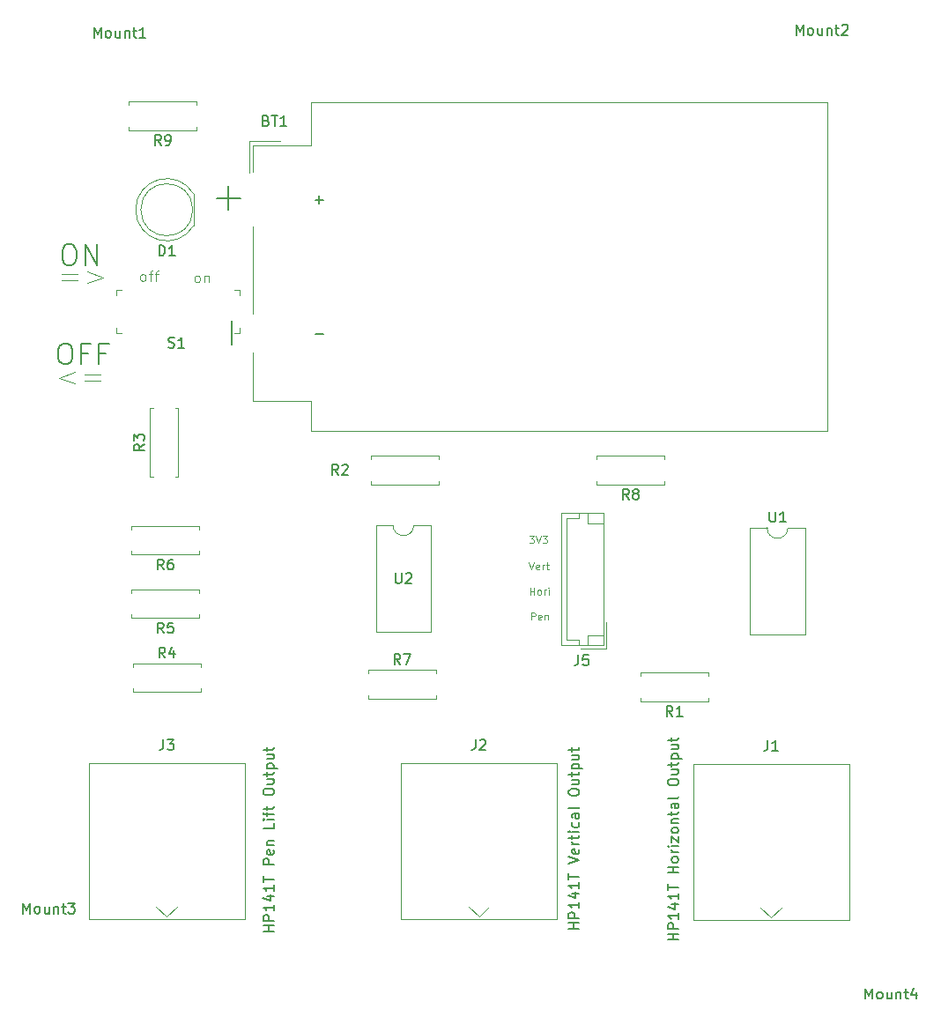
<source format=gto>
%TF.GenerationSoftware,KiCad,Pcbnew,7.0.11-7.0.11~ubuntu22.04.1*%
%TF.CreationDate,2025-04-04T19:28:45+02:00*%
%TF.ProjectId,signal-conditioning-pcb,7369676e-616c-42d6-936f-6e646974696f,v01*%
%TF.SameCoordinates,Original*%
%TF.FileFunction,Legend,Top*%
%TF.FilePolarity,Positive*%
%FSLAX46Y46*%
G04 Gerber Fmt 4.6, Leading zero omitted, Abs format (unit mm)*
G04 Created by KiCad (PCBNEW 7.0.11-7.0.11~ubuntu22.04.1) date 2025-04-04 19:28:45*
%MOMM*%
%LPD*%
G01*
G04 APERTURE LIST*
%ADD10C,0.100000*%
%ADD11C,0.200000*%
%ADD12C,0.150000*%
%ADD13C,0.120000*%
G04 APERTURE END LIST*
D10*
X113603741Y-61975419D02*
X113508503Y-61927800D01*
X113508503Y-61927800D02*
X113460884Y-61880180D01*
X113460884Y-61880180D02*
X113413265Y-61784942D01*
X113413265Y-61784942D02*
X113413265Y-61499228D01*
X113413265Y-61499228D02*
X113460884Y-61403990D01*
X113460884Y-61403990D02*
X113508503Y-61356371D01*
X113508503Y-61356371D02*
X113603741Y-61308752D01*
X113603741Y-61308752D02*
X113746598Y-61308752D01*
X113746598Y-61308752D02*
X113841836Y-61356371D01*
X113841836Y-61356371D02*
X113889455Y-61403990D01*
X113889455Y-61403990D02*
X113937074Y-61499228D01*
X113937074Y-61499228D02*
X113937074Y-61784942D01*
X113937074Y-61784942D02*
X113889455Y-61880180D01*
X113889455Y-61880180D02*
X113841836Y-61927800D01*
X113841836Y-61927800D02*
X113746598Y-61975419D01*
X113746598Y-61975419D02*
X113603741Y-61975419D01*
X114365646Y-61308752D02*
X114365646Y-61975419D01*
X114365646Y-61403990D02*
X114413265Y-61356371D01*
X114413265Y-61356371D02*
X114508503Y-61308752D01*
X114508503Y-61308752D02*
X114651360Y-61308752D01*
X114651360Y-61308752D02*
X114746598Y-61356371D01*
X114746598Y-61356371D02*
X114794217Y-61451609D01*
X114794217Y-61451609D02*
X114794217Y-61975419D01*
D11*
X116961266Y-67988136D02*
X116961266Y-65702422D01*
D10*
X108396741Y-61848419D02*
X108301503Y-61800800D01*
X108301503Y-61800800D02*
X108253884Y-61753180D01*
X108253884Y-61753180D02*
X108206265Y-61657942D01*
X108206265Y-61657942D02*
X108206265Y-61372228D01*
X108206265Y-61372228D02*
X108253884Y-61276990D01*
X108253884Y-61276990D02*
X108301503Y-61229371D01*
X108301503Y-61229371D02*
X108396741Y-61181752D01*
X108396741Y-61181752D02*
X108539598Y-61181752D01*
X108539598Y-61181752D02*
X108634836Y-61229371D01*
X108634836Y-61229371D02*
X108682455Y-61276990D01*
X108682455Y-61276990D02*
X108730074Y-61372228D01*
X108730074Y-61372228D02*
X108730074Y-61657942D01*
X108730074Y-61657942D02*
X108682455Y-61753180D01*
X108682455Y-61753180D02*
X108634836Y-61800800D01*
X108634836Y-61800800D02*
X108539598Y-61848419D01*
X108539598Y-61848419D02*
X108396741Y-61848419D01*
X109015789Y-61181752D02*
X109396741Y-61181752D01*
X109158646Y-61848419D02*
X109158646Y-60991276D01*
X109158646Y-60991276D02*
X109206265Y-60896038D01*
X109206265Y-60896038D02*
X109301503Y-60848419D01*
X109301503Y-60848419D02*
X109396741Y-60848419D01*
X109587218Y-61181752D02*
X109968170Y-61181752D01*
X109730075Y-61848419D02*
X109730075Y-60991276D01*
X109730075Y-60991276D02*
X109777694Y-60896038D01*
X109777694Y-60896038D02*
X109872932Y-60848419D01*
X109872932Y-60848419D02*
X109968170Y-60848419D01*
X100617979Y-61186419D02*
X102141789Y-61186419D01*
X102141789Y-61757847D02*
X100617979Y-61757847D01*
X103094169Y-60900704D02*
X104617979Y-61472133D01*
X104617979Y-61472133D02*
X103094169Y-62043561D01*
X145547455Y-88871133D02*
X145780789Y-89571133D01*
X145780789Y-89571133D02*
X146014122Y-88871133D01*
X146514122Y-89537800D02*
X146447455Y-89571133D01*
X146447455Y-89571133D02*
X146314122Y-89571133D01*
X146314122Y-89571133D02*
X146247455Y-89537800D01*
X146247455Y-89537800D02*
X146214122Y-89471133D01*
X146214122Y-89471133D02*
X146214122Y-89204466D01*
X146214122Y-89204466D02*
X146247455Y-89137800D01*
X146247455Y-89137800D02*
X146314122Y-89104466D01*
X146314122Y-89104466D02*
X146447455Y-89104466D01*
X146447455Y-89104466D02*
X146514122Y-89137800D01*
X146514122Y-89137800D02*
X146547455Y-89204466D01*
X146547455Y-89204466D02*
X146547455Y-89271133D01*
X146547455Y-89271133D02*
X146214122Y-89337800D01*
X146847455Y-89571133D02*
X146847455Y-89104466D01*
X146847455Y-89237800D02*
X146880789Y-89171133D01*
X146880789Y-89171133D02*
X146914122Y-89137800D01*
X146914122Y-89137800D02*
X146980789Y-89104466D01*
X146980789Y-89104466D02*
X147047455Y-89104466D01*
X147180788Y-89104466D02*
X147447455Y-89104466D01*
X147280788Y-88871133D02*
X147280788Y-89471133D01*
X147280788Y-89471133D02*
X147314122Y-89537800D01*
X147314122Y-89537800D02*
X147380788Y-89571133D01*
X147380788Y-89571133D02*
X147447455Y-89571133D01*
D11*
X159917219Y-125130326D02*
X158917219Y-125130326D01*
X159393409Y-125130326D02*
X159393409Y-124558898D01*
X159917219Y-124558898D02*
X158917219Y-124558898D01*
X159917219Y-124082707D02*
X158917219Y-124082707D01*
X158917219Y-124082707D02*
X158917219Y-123701755D01*
X158917219Y-123701755D02*
X158964838Y-123606517D01*
X158964838Y-123606517D02*
X159012457Y-123558898D01*
X159012457Y-123558898D02*
X159107695Y-123511279D01*
X159107695Y-123511279D02*
X159250552Y-123511279D01*
X159250552Y-123511279D02*
X159345790Y-123558898D01*
X159345790Y-123558898D02*
X159393409Y-123606517D01*
X159393409Y-123606517D02*
X159441028Y-123701755D01*
X159441028Y-123701755D02*
X159441028Y-124082707D01*
X159917219Y-122558898D02*
X159917219Y-123130326D01*
X159917219Y-122844612D02*
X158917219Y-122844612D01*
X158917219Y-122844612D02*
X159060076Y-122939850D01*
X159060076Y-122939850D02*
X159155314Y-123035088D01*
X159155314Y-123035088D02*
X159202933Y-123130326D01*
X159250552Y-121701755D02*
X159917219Y-121701755D01*
X158869600Y-121939850D02*
X159583885Y-122177945D01*
X159583885Y-122177945D02*
X159583885Y-121558898D01*
X159917219Y-120654136D02*
X159917219Y-121225564D01*
X159917219Y-120939850D02*
X158917219Y-120939850D01*
X158917219Y-120939850D02*
X159060076Y-121035088D01*
X159060076Y-121035088D02*
X159155314Y-121130326D01*
X159155314Y-121130326D02*
X159202933Y-121225564D01*
X158917219Y-120368421D02*
X158917219Y-119796993D01*
X159917219Y-120082707D02*
X158917219Y-120082707D01*
X159917219Y-118701754D02*
X158917219Y-118701754D01*
X159393409Y-118701754D02*
X159393409Y-118130326D01*
X159917219Y-118130326D02*
X158917219Y-118130326D01*
X159917219Y-117511278D02*
X159869600Y-117606516D01*
X159869600Y-117606516D02*
X159821980Y-117654135D01*
X159821980Y-117654135D02*
X159726742Y-117701754D01*
X159726742Y-117701754D02*
X159441028Y-117701754D01*
X159441028Y-117701754D02*
X159345790Y-117654135D01*
X159345790Y-117654135D02*
X159298171Y-117606516D01*
X159298171Y-117606516D02*
X159250552Y-117511278D01*
X159250552Y-117511278D02*
X159250552Y-117368421D01*
X159250552Y-117368421D02*
X159298171Y-117273183D01*
X159298171Y-117273183D02*
X159345790Y-117225564D01*
X159345790Y-117225564D02*
X159441028Y-117177945D01*
X159441028Y-117177945D02*
X159726742Y-117177945D01*
X159726742Y-117177945D02*
X159821980Y-117225564D01*
X159821980Y-117225564D02*
X159869600Y-117273183D01*
X159869600Y-117273183D02*
X159917219Y-117368421D01*
X159917219Y-117368421D02*
X159917219Y-117511278D01*
X159917219Y-116749373D02*
X159250552Y-116749373D01*
X159441028Y-116749373D02*
X159345790Y-116701754D01*
X159345790Y-116701754D02*
X159298171Y-116654135D01*
X159298171Y-116654135D02*
X159250552Y-116558897D01*
X159250552Y-116558897D02*
X159250552Y-116463659D01*
X159917219Y-116130325D02*
X159250552Y-116130325D01*
X158917219Y-116130325D02*
X158964838Y-116177944D01*
X158964838Y-116177944D02*
X159012457Y-116130325D01*
X159012457Y-116130325D02*
X158964838Y-116082706D01*
X158964838Y-116082706D02*
X158917219Y-116130325D01*
X158917219Y-116130325D02*
X159012457Y-116130325D01*
X159250552Y-115749373D02*
X159250552Y-115225564D01*
X159250552Y-115225564D02*
X159917219Y-115749373D01*
X159917219Y-115749373D02*
X159917219Y-115225564D01*
X159917219Y-114701754D02*
X159869600Y-114796992D01*
X159869600Y-114796992D02*
X159821980Y-114844611D01*
X159821980Y-114844611D02*
X159726742Y-114892230D01*
X159726742Y-114892230D02*
X159441028Y-114892230D01*
X159441028Y-114892230D02*
X159345790Y-114844611D01*
X159345790Y-114844611D02*
X159298171Y-114796992D01*
X159298171Y-114796992D02*
X159250552Y-114701754D01*
X159250552Y-114701754D02*
X159250552Y-114558897D01*
X159250552Y-114558897D02*
X159298171Y-114463659D01*
X159298171Y-114463659D02*
X159345790Y-114416040D01*
X159345790Y-114416040D02*
X159441028Y-114368421D01*
X159441028Y-114368421D02*
X159726742Y-114368421D01*
X159726742Y-114368421D02*
X159821980Y-114416040D01*
X159821980Y-114416040D02*
X159869600Y-114463659D01*
X159869600Y-114463659D02*
X159917219Y-114558897D01*
X159917219Y-114558897D02*
X159917219Y-114701754D01*
X159250552Y-113939849D02*
X159917219Y-113939849D01*
X159345790Y-113939849D02*
X159298171Y-113892230D01*
X159298171Y-113892230D02*
X159250552Y-113796992D01*
X159250552Y-113796992D02*
X159250552Y-113654135D01*
X159250552Y-113654135D02*
X159298171Y-113558897D01*
X159298171Y-113558897D02*
X159393409Y-113511278D01*
X159393409Y-113511278D02*
X159917219Y-113511278D01*
X159250552Y-113177944D02*
X159250552Y-112796992D01*
X158917219Y-113035087D02*
X159774361Y-113035087D01*
X159774361Y-113035087D02*
X159869600Y-112987468D01*
X159869600Y-112987468D02*
X159917219Y-112892230D01*
X159917219Y-112892230D02*
X159917219Y-112796992D01*
X159917219Y-112035087D02*
X159393409Y-112035087D01*
X159393409Y-112035087D02*
X159298171Y-112082706D01*
X159298171Y-112082706D02*
X159250552Y-112177944D01*
X159250552Y-112177944D02*
X159250552Y-112368420D01*
X159250552Y-112368420D02*
X159298171Y-112463658D01*
X159869600Y-112035087D02*
X159917219Y-112130325D01*
X159917219Y-112130325D02*
X159917219Y-112368420D01*
X159917219Y-112368420D02*
X159869600Y-112463658D01*
X159869600Y-112463658D02*
X159774361Y-112511277D01*
X159774361Y-112511277D02*
X159679123Y-112511277D01*
X159679123Y-112511277D02*
X159583885Y-112463658D01*
X159583885Y-112463658D02*
X159536266Y-112368420D01*
X159536266Y-112368420D02*
X159536266Y-112130325D01*
X159536266Y-112130325D02*
X159488647Y-112035087D01*
X159917219Y-111416039D02*
X159869600Y-111511277D01*
X159869600Y-111511277D02*
X159774361Y-111558896D01*
X159774361Y-111558896D02*
X158917219Y-111558896D01*
X158917219Y-110082705D02*
X158917219Y-109892229D01*
X158917219Y-109892229D02*
X158964838Y-109796991D01*
X158964838Y-109796991D02*
X159060076Y-109701753D01*
X159060076Y-109701753D02*
X159250552Y-109654134D01*
X159250552Y-109654134D02*
X159583885Y-109654134D01*
X159583885Y-109654134D02*
X159774361Y-109701753D01*
X159774361Y-109701753D02*
X159869600Y-109796991D01*
X159869600Y-109796991D02*
X159917219Y-109892229D01*
X159917219Y-109892229D02*
X159917219Y-110082705D01*
X159917219Y-110082705D02*
X159869600Y-110177943D01*
X159869600Y-110177943D02*
X159774361Y-110273181D01*
X159774361Y-110273181D02*
X159583885Y-110320800D01*
X159583885Y-110320800D02*
X159250552Y-110320800D01*
X159250552Y-110320800D02*
X159060076Y-110273181D01*
X159060076Y-110273181D02*
X158964838Y-110177943D01*
X158964838Y-110177943D02*
X158917219Y-110082705D01*
X159250552Y-108796991D02*
X159917219Y-108796991D01*
X159250552Y-109225562D02*
X159774361Y-109225562D01*
X159774361Y-109225562D02*
X159869600Y-109177943D01*
X159869600Y-109177943D02*
X159917219Y-109082705D01*
X159917219Y-109082705D02*
X159917219Y-108939848D01*
X159917219Y-108939848D02*
X159869600Y-108844610D01*
X159869600Y-108844610D02*
X159821980Y-108796991D01*
X159250552Y-108463657D02*
X159250552Y-108082705D01*
X158917219Y-108320800D02*
X159774361Y-108320800D01*
X159774361Y-108320800D02*
X159869600Y-108273181D01*
X159869600Y-108273181D02*
X159917219Y-108177943D01*
X159917219Y-108177943D02*
X159917219Y-108082705D01*
X159250552Y-107749371D02*
X160250552Y-107749371D01*
X159298171Y-107749371D02*
X159250552Y-107654133D01*
X159250552Y-107654133D02*
X159250552Y-107463657D01*
X159250552Y-107463657D02*
X159298171Y-107368419D01*
X159298171Y-107368419D02*
X159345790Y-107320800D01*
X159345790Y-107320800D02*
X159441028Y-107273181D01*
X159441028Y-107273181D02*
X159726742Y-107273181D01*
X159726742Y-107273181D02*
X159821980Y-107320800D01*
X159821980Y-107320800D02*
X159869600Y-107368419D01*
X159869600Y-107368419D02*
X159917219Y-107463657D01*
X159917219Y-107463657D02*
X159917219Y-107654133D01*
X159917219Y-107654133D02*
X159869600Y-107749371D01*
X159250552Y-106416038D02*
X159917219Y-106416038D01*
X159250552Y-106844609D02*
X159774361Y-106844609D01*
X159774361Y-106844609D02*
X159869600Y-106796990D01*
X159869600Y-106796990D02*
X159917219Y-106701752D01*
X159917219Y-106701752D02*
X159917219Y-106558895D01*
X159917219Y-106558895D02*
X159869600Y-106463657D01*
X159869600Y-106463657D02*
X159821980Y-106416038D01*
X159250552Y-106082704D02*
X159250552Y-105701752D01*
X158917219Y-105939847D02*
X159774361Y-105939847D01*
X159774361Y-105939847D02*
X159869600Y-105892228D01*
X159869600Y-105892228D02*
X159917219Y-105796990D01*
X159917219Y-105796990D02*
X159917219Y-105701752D01*
D10*
X145580789Y-86331133D02*
X146014122Y-86331133D01*
X146014122Y-86331133D02*
X145780789Y-86597800D01*
X145780789Y-86597800D02*
X145880789Y-86597800D01*
X145880789Y-86597800D02*
X145947455Y-86631133D01*
X145947455Y-86631133D02*
X145980789Y-86664466D01*
X145980789Y-86664466D02*
X146014122Y-86731133D01*
X146014122Y-86731133D02*
X146014122Y-86897800D01*
X146014122Y-86897800D02*
X145980789Y-86964466D01*
X145980789Y-86964466D02*
X145947455Y-86997800D01*
X145947455Y-86997800D02*
X145880789Y-87031133D01*
X145880789Y-87031133D02*
X145680789Y-87031133D01*
X145680789Y-87031133D02*
X145614122Y-86997800D01*
X145614122Y-86997800D02*
X145580789Y-86964466D01*
X146214122Y-86331133D02*
X146447456Y-87031133D01*
X146447456Y-87031133D02*
X146680789Y-86331133D01*
X146847456Y-86331133D02*
X147280789Y-86331133D01*
X147280789Y-86331133D02*
X147047456Y-86597800D01*
X147047456Y-86597800D02*
X147147456Y-86597800D01*
X147147456Y-86597800D02*
X147214122Y-86631133D01*
X147214122Y-86631133D02*
X147247456Y-86664466D01*
X147247456Y-86664466D02*
X147280789Y-86731133D01*
X147280789Y-86731133D02*
X147280789Y-86897800D01*
X147280789Y-86897800D02*
X147247456Y-86964466D01*
X147247456Y-86964466D02*
X147214122Y-86997800D01*
X147214122Y-86997800D02*
X147147456Y-87031133D01*
X147147456Y-87031133D02*
X146947456Y-87031133D01*
X146947456Y-87031133D02*
X146880789Y-86997800D01*
X146880789Y-86997800D02*
X146847456Y-86964466D01*
D11*
X100810720Y-67848838D02*
X101191673Y-67848838D01*
X101191673Y-67848838D02*
X101382149Y-67944076D01*
X101382149Y-67944076D02*
X101572625Y-68134552D01*
X101572625Y-68134552D02*
X101667863Y-68515504D01*
X101667863Y-68515504D02*
X101667863Y-69182171D01*
X101667863Y-69182171D02*
X101572625Y-69563123D01*
X101572625Y-69563123D02*
X101382149Y-69753600D01*
X101382149Y-69753600D02*
X101191673Y-69848838D01*
X101191673Y-69848838D02*
X100810720Y-69848838D01*
X100810720Y-69848838D02*
X100620244Y-69753600D01*
X100620244Y-69753600D02*
X100429768Y-69563123D01*
X100429768Y-69563123D02*
X100334530Y-69182171D01*
X100334530Y-69182171D02*
X100334530Y-68515504D01*
X100334530Y-68515504D02*
X100429768Y-68134552D01*
X100429768Y-68134552D02*
X100620244Y-67944076D01*
X100620244Y-67944076D02*
X100810720Y-67848838D01*
X103191673Y-68801219D02*
X102525006Y-68801219D01*
X102525006Y-69848838D02*
X102525006Y-67848838D01*
X102525006Y-67848838D02*
X103477387Y-67848838D01*
X104905959Y-68801219D02*
X104239292Y-68801219D01*
X104239292Y-69848838D02*
X104239292Y-67848838D01*
X104239292Y-67848838D02*
X105191673Y-67848838D01*
X121025219Y-124344326D02*
X120025219Y-124344326D01*
X120501409Y-124344326D02*
X120501409Y-123772898D01*
X121025219Y-123772898D02*
X120025219Y-123772898D01*
X121025219Y-123296707D02*
X120025219Y-123296707D01*
X120025219Y-123296707D02*
X120025219Y-122915755D01*
X120025219Y-122915755D02*
X120072838Y-122820517D01*
X120072838Y-122820517D02*
X120120457Y-122772898D01*
X120120457Y-122772898D02*
X120215695Y-122725279D01*
X120215695Y-122725279D02*
X120358552Y-122725279D01*
X120358552Y-122725279D02*
X120453790Y-122772898D01*
X120453790Y-122772898D02*
X120501409Y-122820517D01*
X120501409Y-122820517D02*
X120549028Y-122915755D01*
X120549028Y-122915755D02*
X120549028Y-123296707D01*
X121025219Y-121772898D02*
X121025219Y-122344326D01*
X121025219Y-122058612D02*
X120025219Y-122058612D01*
X120025219Y-122058612D02*
X120168076Y-122153850D01*
X120168076Y-122153850D02*
X120263314Y-122249088D01*
X120263314Y-122249088D02*
X120310933Y-122344326D01*
X120358552Y-120915755D02*
X121025219Y-120915755D01*
X119977600Y-121153850D02*
X120691885Y-121391945D01*
X120691885Y-121391945D02*
X120691885Y-120772898D01*
X121025219Y-119868136D02*
X121025219Y-120439564D01*
X121025219Y-120153850D02*
X120025219Y-120153850D01*
X120025219Y-120153850D02*
X120168076Y-120249088D01*
X120168076Y-120249088D02*
X120263314Y-120344326D01*
X120263314Y-120344326D02*
X120310933Y-120439564D01*
X120025219Y-119582421D02*
X120025219Y-119010993D01*
X121025219Y-119296707D02*
X120025219Y-119296707D01*
X121025219Y-117915754D02*
X120025219Y-117915754D01*
X120025219Y-117915754D02*
X120025219Y-117534802D01*
X120025219Y-117534802D02*
X120072838Y-117439564D01*
X120072838Y-117439564D02*
X120120457Y-117391945D01*
X120120457Y-117391945D02*
X120215695Y-117344326D01*
X120215695Y-117344326D02*
X120358552Y-117344326D01*
X120358552Y-117344326D02*
X120453790Y-117391945D01*
X120453790Y-117391945D02*
X120501409Y-117439564D01*
X120501409Y-117439564D02*
X120549028Y-117534802D01*
X120549028Y-117534802D02*
X120549028Y-117915754D01*
X120977600Y-116534802D02*
X121025219Y-116630040D01*
X121025219Y-116630040D02*
X121025219Y-116820516D01*
X121025219Y-116820516D02*
X120977600Y-116915754D01*
X120977600Y-116915754D02*
X120882361Y-116963373D01*
X120882361Y-116963373D02*
X120501409Y-116963373D01*
X120501409Y-116963373D02*
X120406171Y-116915754D01*
X120406171Y-116915754D02*
X120358552Y-116820516D01*
X120358552Y-116820516D02*
X120358552Y-116630040D01*
X120358552Y-116630040D02*
X120406171Y-116534802D01*
X120406171Y-116534802D02*
X120501409Y-116487183D01*
X120501409Y-116487183D02*
X120596647Y-116487183D01*
X120596647Y-116487183D02*
X120691885Y-116963373D01*
X120358552Y-116058611D02*
X121025219Y-116058611D01*
X120453790Y-116058611D02*
X120406171Y-116010992D01*
X120406171Y-116010992D02*
X120358552Y-115915754D01*
X120358552Y-115915754D02*
X120358552Y-115772897D01*
X120358552Y-115772897D02*
X120406171Y-115677659D01*
X120406171Y-115677659D02*
X120501409Y-115630040D01*
X120501409Y-115630040D02*
X121025219Y-115630040D01*
X121025219Y-113915754D02*
X121025219Y-114391944D01*
X121025219Y-114391944D02*
X120025219Y-114391944D01*
X121025219Y-113582420D02*
X120358552Y-113582420D01*
X120025219Y-113582420D02*
X120072838Y-113630039D01*
X120072838Y-113630039D02*
X120120457Y-113582420D01*
X120120457Y-113582420D02*
X120072838Y-113534801D01*
X120072838Y-113534801D02*
X120025219Y-113582420D01*
X120025219Y-113582420D02*
X120120457Y-113582420D01*
X120358552Y-113249087D02*
X120358552Y-112868135D01*
X121025219Y-113106230D02*
X120168076Y-113106230D01*
X120168076Y-113106230D02*
X120072838Y-113058611D01*
X120072838Y-113058611D02*
X120025219Y-112963373D01*
X120025219Y-112963373D02*
X120025219Y-112868135D01*
X120358552Y-112677658D02*
X120358552Y-112296706D01*
X120025219Y-112534801D02*
X120882361Y-112534801D01*
X120882361Y-112534801D02*
X120977600Y-112487182D01*
X120977600Y-112487182D02*
X121025219Y-112391944D01*
X121025219Y-112391944D02*
X121025219Y-112296706D01*
X120025219Y-111010991D02*
X120025219Y-110820515D01*
X120025219Y-110820515D02*
X120072838Y-110725277D01*
X120072838Y-110725277D02*
X120168076Y-110630039D01*
X120168076Y-110630039D02*
X120358552Y-110582420D01*
X120358552Y-110582420D02*
X120691885Y-110582420D01*
X120691885Y-110582420D02*
X120882361Y-110630039D01*
X120882361Y-110630039D02*
X120977600Y-110725277D01*
X120977600Y-110725277D02*
X121025219Y-110820515D01*
X121025219Y-110820515D02*
X121025219Y-111010991D01*
X121025219Y-111010991D02*
X120977600Y-111106229D01*
X120977600Y-111106229D02*
X120882361Y-111201467D01*
X120882361Y-111201467D02*
X120691885Y-111249086D01*
X120691885Y-111249086D02*
X120358552Y-111249086D01*
X120358552Y-111249086D02*
X120168076Y-111201467D01*
X120168076Y-111201467D02*
X120072838Y-111106229D01*
X120072838Y-111106229D02*
X120025219Y-111010991D01*
X120358552Y-109725277D02*
X121025219Y-109725277D01*
X120358552Y-110153848D02*
X120882361Y-110153848D01*
X120882361Y-110153848D02*
X120977600Y-110106229D01*
X120977600Y-110106229D02*
X121025219Y-110010991D01*
X121025219Y-110010991D02*
X121025219Y-109868134D01*
X121025219Y-109868134D02*
X120977600Y-109772896D01*
X120977600Y-109772896D02*
X120929980Y-109725277D01*
X120358552Y-109391943D02*
X120358552Y-109010991D01*
X120025219Y-109249086D02*
X120882361Y-109249086D01*
X120882361Y-109249086D02*
X120977600Y-109201467D01*
X120977600Y-109201467D02*
X121025219Y-109106229D01*
X121025219Y-109106229D02*
X121025219Y-109010991D01*
X120358552Y-108677657D02*
X121358552Y-108677657D01*
X120406171Y-108677657D02*
X120358552Y-108582419D01*
X120358552Y-108582419D02*
X120358552Y-108391943D01*
X120358552Y-108391943D02*
X120406171Y-108296705D01*
X120406171Y-108296705D02*
X120453790Y-108249086D01*
X120453790Y-108249086D02*
X120549028Y-108201467D01*
X120549028Y-108201467D02*
X120834742Y-108201467D01*
X120834742Y-108201467D02*
X120929980Y-108249086D01*
X120929980Y-108249086D02*
X120977600Y-108296705D01*
X120977600Y-108296705D02*
X121025219Y-108391943D01*
X121025219Y-108391943D02*
X121025219Y-108582419D01*
X121025219Y-108582419D02*
X120977600Y-108677657D01*
X120358552Y-107344324D02*
X121025219Y-107344324D01*
X120358552Y-107772895D02*
X120882361Y-107772895D01*
X120882361Y-107772895D02*
X120977600Y-107725276D01*
X120977600Y-107725276D02*
X121025219Y-107630038D01*
X121025219Y-107630038D02*
X121025219Y-107487181D01*
X121025219Y-107487181D02*
X120977600Y-107391943D01*
X120977600Y-107391943D02*
X120929980Y-107344324D01*
X120358552Y-107010990D02*
X120358552Y-106630038D01*
X120025219Y-106868133D02*
X120882361Y-106868133D01*
X120882361Y-106868133D02*
X120977600Y-106820514D01*
X120977600Y-106820514D02*
X121025219Y-106725276D01*
X121025219Y-106725276D02*
X121025219Y-106630038D01*
X150362219Y-124090326D02*
X149362219Y-124090326D01*
X149838409Y-124090326D02*
X149838409Y-123518898D01*
X150362219Y-123518898D02*
X149362219Y-123518898D01*
X150362219Y-123042707D02*
X149362219Y-123042707D01*
X149362219Y-123042707D02*
X149362219Y-122661755D01*
X149362219Y-122661755D02*
X149409838Y-122566517D01*
X149409838Y-122566517D02*
X149457457Y-122518898D01*
X149457457Y-122518898D02*
X149552695Y-122471279D01*
X149552695Y-122471279D02*
X149695552Y-122471279D01*
X149695552Y-122471279D02*
X149790790Y-122518898D01*
X149790790Y-122518898D02*
X149838409Y-122566517D01*
X149838409Y-122566517D02*
X149886028Y-122661755D01*
X149886028Y-122661755D02*
X149886028Y-123042707D01*
X150362219Y-121518898D02*
X150362219Y-122090326D01*
X150362219Y-121804612D02*
X149362219Y-121804612D01*
X149362219Y-121804612D02*
X149505076Y-121899850D01*
X149505076Y-121899850D02*
X149600314Y-121995088D01*
X149600314Y-121995088D02*
X149647933Y-122090326D01*
X149695552Y-120661755D02*
X150362219Y-120661755D01*
X149314600Y-120899850D02*
X150028885Y-121137945D01*
X150028885Y-121137945D02*
X150028885Y-120518898D01*
X150362219Y-119614136D02*
X150362219Y-120185564D01*
X150362219Y-119899850D02*
X149362219Y-119899850D01*
X149362219Y-119899850D02*
X149505076Y-119995088D01*
X149505076Y-119995088D02*
X149600314Y-120090326D01*
X149600314Y-120090326D02*
X149647933Y-120185564D01*
X149362219Y-119328421D02*
X149362219Y-118756993D01*
X150362219Y-119042707D02*
X149362219Y-119042707D01*
X149362219Y-117804611D02*
X150362219Y-117471278D01*
X150362219Y-117471278D02*
X149362219Y-117137945D01*
X150314600Y-116423659D02*
X150362219Y-116518897D01*
X150362219Y-116518897D02*
X150362219Y-116709373D01*
X150362219Y-116709373D02*
X150314600Y-116804611D01*
X150314600Y-116804611D02*
X150219361Y-116852230D01*
X150219361Y-116852230D02*
X149838409Y-116852230D01*
X149838409Y-116852230D02*
X149743171Y-116804611D01*
X149743171Y-116804611D02*
X149695552Y-116709373D01*
X149695552Y-116709373D02*
X149695552Y-116518897D01*
X149695552Y-116518897D02*
X149743171Y-116423659D01*
X149743171Y-116423659D02*
X149838409Y-116376040D01*
X149838409Y-116376040D02*
X149933647Y-116376040D01*
X149933647Y-116376040D02*
X150028885Y-116852230D01*
X150362219Y-115947468D02*
X149695552Y-115947468D01*
X149886028Y-115947468D02*
X149790790Y-115899849D01*
X149790790Y-115899849D02*
X149743171Y-115852230D01*
X149743171Y-115852230D02*
X149695552Y-115756992D01*
X149695552Y-115756992D02*
X149695552Y-115661754D01*
X149695552Y-115471277D02*
X149695552Y-115090325D01*
X149362219Y-115328420D02*
X150219361Y-115328420D01*
X150219361Y-115328420D02*
X150314600Y-115280801D01*
X150314600Y-115280801D02*
X150362219Y-115185563D01*
X150362219Y-115185563D02*
X150362219Y-115090325D01*
X150362219Y-114756991D02*
X149695552Y-114756991D01*
X149362219Y-114756991D02*
X149409838Y-114804610D01*
X149409838Y-114804610D02*
X149457457Y-114756991D01*
X149457457Y-114756991D02*
X149409838Y-114709372D01*
X149409838Y-114709372D02*
X149362219Y-114756991D01*
X149362219Y-114756991D02*
X149457457Y-114756991D01*
X150314600Y-113852230D02*
X150362219Y-113947468D01*
X150362219Y-113947468D02*
X150362219Y-114137944D01*
X150362219Y-114137944D02*
X150314600Y-114233182D01*
X150314600Y-114233182D02*
X150266980Y-114280801D01*
X150266980Y-114280801D02*
X150171742Y-114328420D01*
X150171742Y-114328420D02*
X149886028Y-114328420D01*
X149886028Y-114328420D02*
X149790790Y-114280801D01*
X149790790Y-114280801D02*
X149743171Y-114233182D01*
X149743171Y-114233182D02*
X149695552Y-114137944D01*
X149695552Y-114137944D02*
X149695552Y-113947468D01*
X149695552Y-113947468D02*
X149743171Y-113852230D01*
X150362219Y-112995087D02*
X149838409Y-112995087D01*
X149838409Y-112995087D02*
X149743171Y-113042706D01*
X149743171Y-113042706D02*
X149695552Y-113137944D01*
X149695552Y-113137944D02*
X149695552Y-113328420D01*
X149695552Y-113328420D02*
X149743171Y-113423658D01*
X150314600Y-112995087D02*
X150362219Y-113090325D01*
X150362219Y-113090325D02*
X150362219Y-113328420D01*
X150362219Y-113328420D02*
X150314600Y-113423658D01*
X150314600Y-113423658D02*
X150219361Y-113471277D01*
X150219361Y-113471277D02*
X150124123Y-113471277D01*
X150124123Y-113471277D02*
X150028885Y-113423658D01*
X150028885Y-113423658D02*
X149981266Y-113328420D01*
X149981266Y-113328420D02*
X149981266Y-113090325D01*
X149981266Y-113090325D02*
X149933647Y-112995087D01*
X150362219Y-112376039D02*
X150314600Y-112471277D01*
X150314600Y-112471277D02*
X150219361Y-112518896D01*
X150219361Y-112518896D02*
X149362219Y-112518896D01*
X149362219Y-111042705D02*
X149362219Y-110852229D01*
X149362219Y-110852229D02*
X149409838Y-110756991D01*
X149409838Y-110756991D02*
X149505076Y-110661753D01*
X149505076Y-110661753D02*
X149695552Y-110614134D01*
X149695552Y-110614134D02*
X150028885Y-110614134D01*
X150028885Y-110614134D02*
X150219361Y-110661753D01*
X150219361Y-110661753D02*
X150314600Y-110756991D01*
X150314600Y-110756991D02*
X150362219Y-110852229D01*
X150362219Y-110852229D02*
X150362219Y-111042705D01*
X150362219Y-111042705D02*
X150314600Y-111137943D01*
X150314600Y-111137943D02*
X150219361Y-111233181D01*
X150219361Y-111233181D02*
X150028885Y-111280800D01*
X150028885Y-111280800D02*
X149695552Y-111280800D01*
X149695552Y-111280800D02*
X149505076Y-111233181D01*
X149505076Y-111233181D02*
X149409838Y-111137943D01*
X149409838Y-111137943D02*
X149362219Y-111042705D01*
X149695552Y-109756991D02*
X150362219Y-109756991D01*
X149695552Y-110185562D02*
X150219361Y-110185562D01*
X150219361Y-110185562D02*
X150314600Y-110137943D01*
X150314600Y-110137943D02*
X150362219Y-110042705D01*
X150362219Y-110042705D02*
X150362219Y-109899848D01*
X150362219Y-109899848D02*
X150314600Y-109804610D01*
X150314600Y-109804610D02*
X150266980Y-109756991D01*
X149695552Y-109423657D02*
X149695552Y-109042705D01*
X149362219Y-109280800D02*
X150219361Y-109280800D01*
X150219361Y-109280800D02*
X150314600Y-109233181D01*
X150314600Y-109233181D02*
X150362219Y-109137943D01*
X150362219Y-109137943D02*
X150362219Y-109042705D01*
X149695552Y-108709371D02*
X150695552Y-108709371D01*
X149743171Y-108709371D02*
X149695552Y-108614133D01*
X149695552Y-108614133D02*
X149695552Y-108423657D01*
X149695552Y-108423657D02*
X149743171Y-108328419D01*
X149743171Y-108328419D02*
X149790790Y-108280800D01*
X149790790Y-108280800D02*
X149886028Y-108233181D01*
X149886028Y-108233181D02*
X150171742Y-108233181D01*
X150171742Y-108233181D02*
X150266980Y-108280800D01*
X150266980Y-108280800D02*
X150314600Y-108328419D01*
X150314600Y-108328419D02*
X150362219Y-108423657D01*
X150362219Y-108423657D02*
X150362219Y-108614133D01*
X150362219Y-108614133D02*
X150314600Y-108709371D01*
X149695552Y-107376038D02*
X150362219Y-107376038D01*
X149695552Y-107804609D02*
X150219361Y-107804609D01*
X150219361Y-107804609D02*
X150314600Y-107756990D01*
X150314600Y-107756990D02*
X150362219Y-107661752D01*
X150362219Y-107661752D02*
X150362219Y-107518895D01*
X150362219Y-107518895D02*
X150314600Y-107423657D01*
X150314600Y-107423657D02*
X150266980Y-107376038D01*
X149695552Y-107042704D02*
X149695552Y-106661752D01*
X149362219Y-106899847D02*
X150219361Y-106899847D01*
X150219361Y-106899847D02*
X150314600Y-106852228D01*
X150314600Y-106852228D02*
X150362219Y-106756990D01*
X150362219Y-106756990D02*
X150362219Y-106661752D01*
D10*
X145774455Y-94397133D02*
X145774455Y-93697133D01*
X145774455Y-93697133D02*
X146041122Y-93697133D01*
X146041122Y-93697133D02*
X146107789Y-93730466D01*
X146107789Y-93730466D02*
X146141122Y-93763800D01*
X146141122Y-93763800D02*
X146174455Y-93830466D01*
X146174455Y-93830466D02*
X146174455Y-93930466D01*
X146174455Y-93930466D02*
X146141122Y-93997133D01*
X146141122Y-93997133D02*
X146107789Y-94030466D01*
X146107789Y-94030466D02*
X146041122Y-94063800D01*
X146041122Y-94063800D02*
X145774455Y-94063800D01*
X146741122Y-94363800D02*
X146674455Y-94397133D01*
X146674455Y-94397133D02*
X146541122Y-94397133D01*
X146541122Y-94397133D02*
X146474455Y-94363800D01*
X146474455Y-94363800D02*
X146441122Y-94297133D01*
X146441122Y-94297133D02*
X146441122Y-94030466D01*
X146441122Y-94030466D02*
X146474455Y-93963800D01*
X146474455Y-93963800D02*
X146541122Y-93930466D01*
X146541122Y-93930466D02*
X146674455Y-93930466D01*
X146674455Y-93930466D02*
X146741122Y-93963800D01*
X146741122Y-93963800D02*
X146774455Y-94030466D01*
X146774455Y-94030466D02*
X146774455Y-94097133D01*
X146774455Y-94097133D02*
X146441122Y-94163800D01*
X147074455Y-93930466D02*
X147074455Y-94397133D01*
X147074455Y-93997133D02*
X147107789Y-93963800D01*
X147107789Y-93963800D02*
X147174455Y-93930466D01*
X147174455Y-93930466D02*
X147274455Y-93930466D01*
X147274455Y-93930466D02*
X147341122Y-93963800D01*
X147341122Y-93963800D02*
X147374455Y-94030466D01*
X147374455Y-94030466D02*
X147374455Y-94397133D01*
D11*
X115526863Y-53851600D02*
X117812578Y-53851600D01*
X116669720Y-54994457D02*
X116669720Y-52708742D01*
D10*
X145647455Y-91984133D02*
X145647455Y-91284133D01*
X145647455Y-91617466D02*
X146047455Y-91617466D01*
X146047455Y-91984133D02*
X146047455Y-91284133D01*
X146480788Y-91984133D02*
X146414122Y-91950800D01*
X146414122Y-91950800D02*
X146380788Y-91917466D01*
X146380788Y-91917466D02*
X146347455Y-91850800D01*
X146347455Y-91850800D02*
X146347455Y-91650800D01*
X146347455Y-91650800D02*
X146380788Y-91584133D01*
X146380788Y-91584133D02*
X146414122Y-91550800D01*
X146414122Y-91550800D02*
X146480788Y-91517466D01*
X146480788Y-91517466D02*
X146580788Y-91517466D01*
X146580788Y-91517466D02*
X146647455Y-91550800D01*
X146647455Y-91550800D02*
X146680788Y-91584133D01*
X146680788Y-91584133D02*
X146714122Y-91650800D01*
X146714122Y-91650800D02*
X146714122Y-91850800D01*
X146714122Y-91850800D02*
X146680788Y-91917466D01*
X146680788Y-91917466D02*
X146647455Y-91950800D01*
X146647455Y-91950800D02*
X146580788Y-91984133D01*
X146580788Y-91984133D02*
X146480788Y-91984133D01*
X147014121Y-91984133D02*
X147014121Y-91517466D01*
X147014121Y-91650800D02*
X147047455Y-91584133D01*
X147047455Y-91584133D02*
X147080788Y-91550800D01*
X147080788Y-91550800D02*
X147147455Y-91517466D01*
X147147455Y-91517466D02*
X147214121Y-91517466D01*
X147447454Y-91984133D02*
X147447454Y-91517466D01*
X147447454Y-91284133D02*
X147414121Y-91317466D01*
X147414121Y-91317466D02*
X147447454Y-91350800D01*
X147447454Y-91350800D02*
X147480788Y-91317466D01*
X147480788Y-91317466D02*
X147447454Y-91284133D01*
X147447454Y-91284133D02*
X147447454Y-91350800D01*
X101887789Y-70552704D02*
X100363979Y-71124133D01*
X100363979Y-71124133D02*
X101887789Y-71695561D01*
X102840169Y-70838419D02*
X104363979Y-70838419D01*
X104363979Y-71409847D02*
X102840169Y-71409847D01*
D11*
X101191720Y-58323838D02*
X101572673Y-58323838D01*
X101572673Y-58323838D02*
X101763149Y-58419076D01*
X101763149Y-58419076D02*
X101953625Y-58609552D01*
X101953625Y-58609552D02*
X102048863Y-58990504D01*
X102048863Y-58990504D02*
X102048863Y-59657171D01*
X102048863Y-59657171D02*
X101953625Y-60038123D01*
X101953625Y-60038123D02*
X101763149Y-60228600D01*
X101763149Y-60228600D02*
X101572673Y-60323838D01*
X101572673Y-60323838D02*
X101191720Y-60323838D01*
X101191720Y-60323838D02*
X101001244Y-60228600D01*
X101001244Y-60228600D02*
X100810768Y-60038123D01*
X100810768Y-60038123D02*
X100715530Y-59657171D01*
X100715530Y-59657171D02*
X100715530Y-58990504D01*
X100715530Y-58990504D02*
X100810768Y-58609552D01*
X100810768Y-58609552D02*
X101001244Y-58419076D01*
X101001244Y-58419076D02*
X101191720Y-58323838D01*
X102906006Y-60323838D02*
X102906006Y-58323838D01*
X102906006Y-58323838D02*
X104048863Y-60323838D01*
X104048863Y-60323838D02*
X104048863Y-58323838D01*
D12*
X177897619Y-130804819D02*
X177897619Y-129804819D01*
X177897619Y-129804819D02*
X178230952Y-130519104D01*
X178230952Y-130519104D02*
X178564285Y-129804819D01*
X178564285Y-129804819D02*
X178564285Y-130804819D01*
X179183333Y-130804819D02*
X179088095Y-130757200D01*
X179088095Y-130757200D02*
X179040476Y-130709580D01*
X179040476Y-130709580D02*
X178992857Y-130614342D01*
X178992857Y-130614342D02*
X178992857Y-130328628D01*
X178992857Y-130328628D02*
X179040476Y-130233390D01*
X179040476Y-130233390D02*
X179088095Y-130185771D01*
X179088095Y-130185771D02*
X179183333Y-130138152D01*
X179183333Y-130138152D02*
X179326190Y-130138152D01*
X179326190Y-130138152D02*
X179421428Y-130185771D01*
X179421428Y-130185771D02*
X179469047Y-130233390D01*
X179469047Y-130233390D02*
X179516666Y-130328628D01*
X179516666Y-130328628D02*
X179516666Y-130614342D01*
X179516666Y-130614342D02*
X179469047Y-130709580D01*
X179469047Y-130709580D02*
X179421428Y-130757200D01*
X179421428Y-130757200D02*
X179326190Y-130804819D01*
X179326190Y-130804819D02*
X179183333Y-130804819D01*
X180373809Y-130138152D02*
X180373809Y-130804819D01*
X179945238Y-130138152D02*
X179945238Y-130661961D01*
X179945238Y-130661961D02*
X179992857Y-130757200D01*
X179992857Y-130757200D02*
X180088095Y-130804819D01*
X180088095Y-130804819D02*
X180230952Y-130804819D01*
X180230952Y-130804819D02*
X180326190Y-130757200D01*
X180326190Y-130757200D02*
X180373809Y-130709580D01*
X180850000Y-130138152D02*
X180850000Y-130804819D01*
X180850000Y-130233390D02*
X180897619Y-130185771D01*
X180897619Y-130185771D02*
X180992857Y-130138152D01*
X180992857Y-130138152D02*
X181135714Y-130138152D01*
X181135714Y-130138152D02*
X181230952Y-130185771D01*
X181230952Y-130185771D02*
X181278571Y-130281009D01*
X181278571Y-130281009D02*
X181278571Y-130804819D01*
X181611905Y-130138152D02*
X181992857Y-130138152D01*
X181754762Y-129804819D02*
X181754762Y-130661961D01*
X181754762Y-130661961D02*
X181802381Y-130757200D01*
X181802381Y-130757200D02*
X181897619Y-130804819D01*
X181897619Y-130804819D02*
X181992857Y-130804819D01*
X182754762Y-130138152D02*
X182754762Y-130804819D01*
X182516667Y-129757200D02*
X182278572Y-130471485D01*
X182278572Y-130471485D02*
X182897619Y-130471485D01*
X171247619Y-38204819D02*
X171247619Y-37204819D01*
X171247619Y-37204819D02*
X171580952Y-37919104D01*
X171580952Y-37919104D02*
X171914285Y-37204819D01*
X171914285Y-37204819D02*
X171914285Y-38204819D01*
X172533333Y-38204819D02*
X172438095Y-38157200D01*
X172438095Y-38157200D02*
X172390476Y-38109580D01*
X172390476Y-38109580D02*
X172342857Y-38014342D01*
X172342857Y-38014342D02*
X172342857Y-37728628D01*
X172342857Y-37728628D02*
X172390476Y-37633390D01*
X172390476Y-37633390D02*
X172438095Y-37585771D01*
X172438095Y-37585771D02*
X172533333Y-37538152D01*
X172533333Y-37538152D02*
X172676190Y-37538152D01*
X172676190Y-37538152D02*
X172771428Y-37585771D01*
X172771428Y-37585771D02*
X172819047Y-37633390D01*
X172819047Y-37633390D02*
X172866666Y-37728628D01*
X172866666Y-37728628D02*
X172866666Y-38014342D01*
X172866666Y-38014342D02*
X172819047Y-38109580D01*
X172819047Y-38109580D02*
X172771428Y-38157200D01*
X172771428Y-38157200D02*
X172676190Y-38204819D01*
X172676190Y-38204819D02*
X172533333Y-38204819D01*
X173723809Y-37538152D02*
X173723809Y-38204819D01*
X173295238Y-37538152D02*
X173295238Y-38061961D01*
X173295238Y-38061961D02*
X173342857Y-38157200D01*
X173342857Y-38157200D02*
X173438095Y-38204819D01*
X173438095Y-38204819D02*
X173580952Y-38204819D01*
X173580952Y-38204819D02*
X173676190Y-38157200D01*
X173676190Y-38157200D02*
X173723809Y-38109580D01*
X174200000Y-37538152D02*
X174200000Y-38204819D01*
X174200000Y-37633390D02*
X174247619Y-37585771D01*
X174247619Y-37585771D02*
X174342857Y-37538152D01*
X174342857Y-37538152D02*
X174485714Y-37538152D01*
X174485714Y-37538152D02*
X174580952Y-37585771D01*
X174580952Y-37585771D02*
X174628571Y-37681009D01*
X174628571Y-37681009D02*
X174628571Y-38204819D01*
X174961905Y-37538152D02*
X175342857Y-37538152D01*
X175104762Y-37204819D02*
X175104762Y-38061961D01*
X175104762Y-38061961D02*
X175152381Y-38157200D01*
X175152381Y-38157200D02*
X175247619Y-38204819D01*
X175247619Y-38204819D02*
X175342857Y-38204819D01*
X175628572Y-37300057D02*
X175676191Y-37252438D01*
X175676191Y-37252438D02*
X175771429Y-37204819D01*
X175771429Y-37204819D02*
X176009524Y-37204819D01*
X176009524Y-37204819D02*
X176104762Y-37252438D01*
X176104762Y-37252438D02*
X176152381Y-37300057D01*
X176152381Y-37300057D02*
X176200000Y-37395295D01*
X176200000Y-37395295D02*
X176200000Y-37490533D01*
X176200000Y-37490533D02*
X176152381Y-37633390D01*
X176152381Y-37633390D02*
X175580953Y-38204819D01*
X175580953Y-38204819D02*
X176200000Y-38204819D01*
X96947619Y-122604819D02*
X96947619Y-121604819D01*
X96947619Y-121604819D02*
X97280952Y-122319104D01*
X97280952Y-122319104D02*
X97614285Y-121604819D01*
X97614285Y-121604819D02*
X97614285Y-122604819D01*
X98233333Y-122604819D02*
X98138095Y-122557200D01*
X98138095Y-122557200D02*
X98090476Y-122509580D01*
X98090476Y-122509580D02*
X98042857Y-122414342D01*
X98042857Y-122414342D02*
X98042857Y-122128628D01*
X98042857Y-122128628D02*
X98090476Y-122033390D01*
X98090476Y-122033390D02*
X98138095Y-121985771D01*
X98138095Y-121985771D02*
X98233333Y-121938152D01*
X98233333Y-121938152D02*
X98376190Y-121938152D01*
X98376190Y-121938152D02*
X98471428Y-121985771D01*
X98471428Y-121985771D02*
X98519047Y-122033390D01*
X98519047Y-122033390D02*
X98566666Y-122128628D01*
X98566666Y-122128628D02*
X98566666Y-122414342D01*
X98566666Y-122414342D02*
X98519047Y-122509580D01*
X98519047Y-122509580D02*
X98471428Y-122557200D01*
X98471428Y-122557200D02*
X98376190Y-122604819D01*
X98376190Y-122604819D02*
X98233333Y-122604819D01*
X99423809Y-121938152D02*
X99423809Y-122604819D01*
X98995238Y-121938152D02*
X98995238Y-122461961D01*
X98995238Y-122461961D02*
X99042857Y-122557200D01*
X99042857Y-122557200D02*
X99138095Y-122604819D01*
X99138095Y-122604819D02*
X99280952Y-122604819D01*
X99280952Y-122604819D02*
X99376190Y-122557200D01*
X99376190Y-122557200D02*
X99423809Y-122509580D01*
X99900000Y-121938152D02*
X99900000Y-122604819D01*
X99900000Y-122033390D02*
X99947619Y-121985771D01*
X99947619Y-121985771D02*
X100042857Y-121938152D01*
X100042857Y-121938152D02*
X100185714Y-121938152D01*
X100185714Y-121938152D02*
X100280952Y-121985771D01*
X100280952Y-121985771D02*
X100328571Y-122081009D01*
X100328571Y-122081009D02*
X100328571Y-122604819D01*
X100661905Y-121938152D02*
X101042857Y-121938152D01*
X100804762Y-121604819D02*
X100804762Y-122461961D01*
X100804762Y-122461961D02*
X100852381Y-122557200D01*
X100852381Y-122557200D02*
X100947619Y-122604819D01*
X100947619Y-122604819D02*
X101042857Y-122604819D01*
X101280953Y-121604819D02*
X101900000Y-121604819D01*
X101900000Y-121604819D02*
X101566667Y-121985771D01*
X101566667Y-121985771D02*
X101709524Y-121985771D01*
X101709524Y-121985771D02*
X101804762Y-122033390D01*
X101804762Y-122033390D02*
X101852381Y-122081009D01*
X101852381Y-122081009D02*
X101900000Y-122176247D01*
X101900000Y-122176247D02*
X101900000Y-122414342D01*
X101900000Y-122414342D02*
X101852381Y-122509580D01*
X101852381Y-122509580D02*
X101804762Y-122557200D01*
X101804762Y-122557200D02*
X101709524Y-122604819D01*
X101709524Y-122604819D02*
X101423810Y-122604819D01*
X101423810Y-122604819D02*
X101328572Y-122557200D01*
X101328572Y-122557200D02*
X101280953Y-122509580D01*
X103747619Y-38454819D02*
X103747619Y-37454819D01*
X103747619Y-37454819D02*
X104080952Y-38169104D01*
X104080952Y-38169104D02*
X104414285Y-37454819D01*
X104414285Y-37454819D02*
X104414285Y-38454819D01*
X105033333Y-38454819D02*
X104938095Y-38407200D01*
X104938095Y-38407200D02*
X104890476Y-38359580D01*
X104890476Y-38359580D02*
X104842857Y-38264342D01*
X104842857Y-38264342D02*
X104842857Y-37978628D01*
X104842857Y-37978628D02*
X104890476Y-37883390D01*
X104890476Y-37883390D02*
X104938095Y-37835771D01*
X104938095Y-37835771D02*
X105033333Y-37788152D01*
X105033333Y-37788152D02*
X105176190Y-37788152D01*
X105176190Y-37788152D02*
X105271428Y-37835771D01*
X105271428Y-37835771D02*
X105319047Y-37883390D01*
X105319047Y-37883390D02*
X105366666Y-37978628D01*
X105366666Y-37978628D02*
X105366666Y-38264342D01*
X105366666Y-38264342D02*
X105319047Y-38359580D01*
X105319047Y-38359580D02*
X105271428Y-38407200D01*
X105271428Y-38407200D02*
X105176190Y-38454819D01*
X105176190Y-38454819D02*
X105033333Y-38454819D01*
X106223809Y-37788152D02*
X106223809Y-38454819D01*
X105795238Y-37788152D02*
X105795238Y-38311961D01*
X105795238Y-38311961D02*
X105842857Y-38407200D01*
X105842857Y-38407200D02*
X105938095Y-38454819D01*
X105938095Y-38454819D02*
X106080952Y-38454819D01*
X106080952Y-38454819D02*
X106176190Y-38407200D01*
X106176190Y-38407200D02*
X106223809Y-38359580D01*
X106700000Y-37788152D02*
X106700000Y-38454819D01*
X106700000Y-37883390D02*
X106747619Y-37835771D01*
X106747619Y-37835771D02*
X106842857Y-37788152D01*
X106842857Y-37788152D02*
X106985714Y-37788152D01*
X106985714Y-37788152D02*
X107080952Y-37835771D01*
X107080952Y-37835771D02*
X107128571Y-37931009D01*
X107128571Y-37931009D02*
X107128571Y-38454819D01*
X107461905Y-37788152D02*
X107842857Y-37788152D01*
X107604762Y-37454819D02*
X107604762Y-38311961D01*
X107604762Y-38311961D02*
X107652381Y-38407200D01*
X107652381Y-38407200D02*
X107747619Y-38454819D01*
X107747619Y-38454819D02*
X107842857Y-38454819D01*
X108700000Y-38454819D02*
X108128572Y-38454819D01*
X108414286Y-38454819D02*
X108414286Y-37454819D01*
X108414286Y-37454819D02*
X108319048Y-37597676D01*
X108319048Y-37597676D02*
X108223810Y-37692914D01*
X108223810Y-37692914D02*
X108128572Y-37740533D01*
X120294285Y-46411009D02*
X120437142Y-46458628D01*
X120437142Y-46458628D02*
X120484761Y-46506247D01*
X120484761Y-46506247D02*
X120532380Y-46601485D01*
X120532380Y-46601485D02*
X120532380Y-46744342D01*
X120532380Y-46744342D02*
X120484761Y-46839580D01*
X120484761Y-46839580D02*
X120437142Y-46887200D01*
X120437142Y-46887200D02*
X120341904Y-46934819D01*
X120341904Y-46934819D02*
X119960952Y-46934819D01*
X119960952Y-46934819D02*
X119960952Y-45934819D01*
X119960952Y-45934819D02*
X120294285Y-45934819D01*
X120294285Y-45934819D02*
X120389523Y-45982438D01*
X120389523Y-45982438D02*
X120437142Y-46030057D01*
X120437142Y-46030057D02*
X120484761Y-46125295D01*
X120484761Y-46125295D02*
X120484761Y-46220533D01*
X120484761Y-46220533D02*
X120437142Y-46315771D01*
X120437142Y-46315771D02*
X120389523Y-46363390D01*
X120389523Y-46363390D02*
X120294285Y-46411009D01*
X120294285Y-46411009D02*
X119960952Y-46411009D01*
X120818095Y-45934819D02*
X121389523Y-45934819D01*
X121103809Y-46934819D02*
X121103809Y-45934819D01*
X122246666Y-46934819D02*
X121675238Y-46934819D01*
X121960952Y-46934819D02*
X121960952Y-45934819D01*
X121960952Y-45934819D02*
X121865714Y-46077676D01*
X121865714Y-46077676D02*
X121770476Y-46172914D01*
X121770476Y-46172914D02*
X121675238Y-46220533D01*
X125016779Y-66933866D02*
X125778684Y-66933866D01*
X125016779Y-54053866D02*
X125778684Y-54053866D01*
X125397731Y-54434819D02*
X125397731Y-53672914D01*
X110410666Y-105888819D02*
X110410666Y-106603104D01*
X110410666Y-106603104D02*
X110363047Y-106745961D01*
X110363047Y-106745961D02*
X110267809Y-106841200D01*
X110267809Y-106841200D02*
X110124952Y-106888819D01*
X110124952Y-106888819D02*
X110029714Y-106888819D01*
X110791619Y-105888819D02*
X111410666Y-105888819D01*
X111410666Y-105888819D02*
X111077333Y-106269771D01*
X111077333Y-106269771D02*
X111220190Y-106269771D01*
X111220190Y-106269771D02*
X111315428Y-106317390D01*
X111315428Y-106317390D02*
X111363047Y-106365009D01*
X111363047Y-106365009D02*
X111410666Y-106460247D01*
X111410666Y-106460247D02*
X111410666Y-106698342D01*
X111410666Y-106698342D02*
X111363047Y-106793580D01*
X111363047Y-106793580D02*
X111315428Y-106841200D01*
X111315428Y-106841200D02*
X111220190Y-106888819D01*
X111220190Y-106888819D02*
X110934476Y-106888819D01*
X110934476Y-106888819D02*
X110839238Y-106841200D01*
X110839238Y-106841200D02*
X110791619Y-106793580D01*
X168490666Y-105968819D02*
X168490666Y-106683104D01*
X168490666Y-106683104D02*
X168443047Y-106825961D01*
X168443047Y-106825961D02*
X168347809Y-106921200D01*
X168347809Y-106921200D02*
X168204952Y-106968819D01*
X168204952Y-106968819D02*
X168109714Y-106968819D01*
X169490666Y-106968819D02*
X168919238Y-106968819D01*
X169204952Y-106968819D02*
X169204952Y-105968819D01*
X169204952Y-105968819D02*
X169109714Y-106111676D01*
X169109714Y-106111676D02*
X169014476Y-106206914D01*
X169014476Y-106206914D02*
X168919238Y-106254533D01*
X110577333Y-98033819D02*
X110244000Y-97557628D01*
X110005905Y-98033819D02*
X110005905Y-97033819D01*
X110005905Y-97033819D02*
X110386857Y-97033819D01*
X110386857Y-97033819D02*
X110482095Y-97081438D01*
X110482095Y-97081438D02*
X110529714Y-97129057D01*
X110529714Y-97129057D02*
X110577333Y-97224295D01*
X110577333Y-97224295D02*
X110577333Y-97367152D01*
X110577333Y-97367152D02*
X110529714Y-97462390D01*
X110529714Y-97462390D02*
X110482095Y-97510009D01*
X110482095Y-97510009D02*
X110386857Y-97557628D01*
X110386857Y-97557628D02*
X110005905Y-97557628D01*
X111434476Y-97367152D02*
X111434476Y-98033819D01*
X111196381Y-96986200D02*
X110958286Y-97700485D01*
X110958286Y-97700485D02*
X111577333Y-97700485D01*
X155154333Y-82834819D02*
X154821000Y-82358628D01*
X154582905Y-82834819D02*
X154582905Y-81834819D01*
X154582905Y-81834819D02*
X154963857Y-81834819D01*
X154963857Y-81834819D02*
X155059095Y-81882438D01*
X155059095Y-81882438D02*
X155106714Y-81930057D01*
X155106714Y-81930057D02*
X155154333Y-82025295D01*
X155154333Y-82025295D02*
X155154333Y-82168152D01*
X155154333Y-82168152D02*
X155106714Y-82263390D01*
X155106714Y-82263390D02*
X155059095Y-82311009D01*
X155059095Y-82311009D02*
X154963857Y-82358628D01*
X154963857Y-82358628D02*
X154582905Y-82358628D01*
X155725762Y-82263390D02*
X155630524Y-82215771D01*
X155630524Y-82215771D02*
X155582905Y-82168152D01*
X155582905Y-82168152D02*
X155535286Y-82072914D01*
X155535286Y-82072914D02*
X155535286Y-82025295D01*
X155535286Y-82025295D02*
X155582905Y-81930057D01*
X155582905Y-81930057D02*
X155630524Y-81882438D01*
X155630524Y-81882438D02*
X155725762Y-81834819D01*
X155725762Y-81834819D02*
X155916238Y-81834819D01*
X155916238Y-81834819D02*
X156011476Y-81882438D01*
X156011476Y-81882438D02*
X156059095Y-81930057D01*
X156059095Y-81930057D02*
X156106714Y-82025295D01*
X156106714Y-82025295D02*
X156106714Y-82072914D01*
X156106714Y-82072914D02*
X156059095Y-82168152D01*
X156059095Y-82168152D02*
X156011476Y-82215771D01*
X156011476Y-82215771D02*
X155916238Y-82263390D01*
X155916238Y-82263390D02*
X155725762Y-82263390D01*
X155725762Y-82263390D02*
X155630524Y-82311009D01*
X155630524Y-82311009D02*
X155582905Y-82358628D01*
X155582905Y-82358628D02*
X155535286Y-82453866D01*
X155535286Y-82453866D02*
X155535286Y-82644342D01*
X155535286Y-82644342D02*
X155582905Y-82739580D01*
X155582905Y-82739580D02*
X155630524Y-82787200D01*
X155630524Y-82787200D02*
X155725762Y-82834819D01*
X155725762Y-82834819D02*
X155916238Y-82834819D01*
X155916238Y-82834819D02*
X156011476Y-82787200D01*
X156011476Y-82787200D02*
X156059095Y-82739580D01*
X156059095Y-82739580D02*
X156106714Y-82644342D01*
X156106714Y-82644342D02*
X156106714Y-82453866D01*
X156106714Y-82453866D02*
X156059095Y-82358628D01*
X156059095Y-82358628D02*
X156011476Y-82311009D01*
X156011476Y-82311009D02*
X155916238Y-82263390D01*
X168666095Y-84002819D02*
X168666095Y-84812342D01*
X168666095Y-84812342D02*
X168713714Y-84907580D01*
X168713714Y-84907580D02*
X168761333Y-84955200D01*
X168761333Y-84955200D02*
X168856571Y-85002819D01*
X168856571Y-85002819D02*
X169047047Y-85002819D01*
X169047047Y-85002819D02*
X169142285Y-84955200D01*
X169142285Y-84955200D02*
X169189904Y-84907580D01*
X169189904Y-84907580D02*
X169237523Y-84812342D01*
X169237523Y-84812342D02*
X169237523Y-84002819D01*
X170237523Y-85002819D02*
X169666095Y-85002819D01*
X169951809Y-85002819D02*
X169951809Y-84002819D01*
X169951809Y-84002819D02*
X169856571Y-84145676D01*
X169856571Y-84145676D02*
X169761333Y-84240914D01*
X169761333Y-84240914D02*
X169666095Y-84288533D01*
X110450333Y-89565819D02*
X110117000Y-89089628D01*
X109878905Y-89565819D02*
X109878905Y-88565819D01*
X109878905Y-88565819D02*
X110259857Y-88565819D01*
X110259857Y-88565819D02*
X110355095Y-88613438D01*
X110355095Y-88613438D02*
X110402714Y-88661057D01*
X110402714Y-88661057D02*
X110450333Y-88756295D01*
X110450333Y-88756295D02*
X110450333Y-88899152D01*
X110450333Y-88899152D02*
X110402714Y-88994390D01*
X110402714Y-88994390D02*
X110355095Y-89042009D01*
X110355095Y-89042009D02*
X110259857Y-89089628D01*
X110259857Y-89089628D02*
X109878905Y-89089628D01*
X111307476Y-88565819D02*
X111117000Y-88565819D01*
X111117000Y-88565819D02*
X111021762Y-88613438D01*
X111021762Y-88613438D02*
X110974143Y-88661057D01*
X110974143Y-88661057D02*
X110878905Y-88803914D01*
X110878905Y-88803914D02*
X110831286Y-88994390D01*
X110831286Y-88994390D02*
X110831286Y-89375342D01*
X110831286Y-89375342D02*
X110878905Y-89470580D01*
X110878905Y-89470580D02*
X110926524Y-89518200D01*
X110926524Y-89518200D02*
X111021762Y-89565819D01*
X111021762Y-89565819D02*
X111212238Y-89565819D01*
X111212238Y-89565819D02*
X111307476Y-89518200D01*
X111307476Y-89518200D02*
X111355095Y-89470580D01*
X111355095Y-89470580D02*
X111402714Y-89375342D01*
X111402714Y-89375342D02*
X111402714Y-89137247D01*
X111402714Y-89137247D02*
X111355095Y-89042009D01*
X111355095Y-89042009D02*
X111307476Y-88994390D01*
X111307476Y-88994390D02*
X111212238Y-88946771D01*
X111212238Y-88946771D02*
X111021762Y-88946771D01*
X111021762Y-88946771D02*
X110926524Y-88994390D01*
X110926524Y-88994390D02*
X110878905Y-89042009D01*
X110878905Y-89042009D02*
X110831286Y-89137247D01*
X132715095Y-89878819D02*
X132715095Y-90688342D01*
X132715095Y-90688342D02*
X132762714Y-90783580D01*
X132762714Y-90783580D02*
X132810333Y-90831200D01*
X132810333Y-90831200D02*
X132905571Y-90878819D01*
X132905571Y-90878819D02*
X133096047Y-90878819D01*
X133096047Y-90878819D02*
X133191285Y-90831200D01*
X133191285Y-90831200D02*
X133238904Y-90783580D01*
X133238904Y-90783580D02*
X133286523Y-90688342D01*
X133286523Y-90688342D02*
X133286523Y-89878819D01*
X133715095Y-89974057D02*
X133762714Y-89926438D01*
X133762714Y-89926438D02*
X133857952Y-89878819D01*
X133857952Y-89878819D02*
X134096047Y-89878819D01*
X134096047Y-89878819D02*
X134191285Y-89926438D01*
X134191285Y-89926438D02*
X134238904Y-89974057D01*
X134238904Y-89974057D02*
X134286523Y-90069295D01*
X134286523Y-90069295D02*
X134286523Y-90164533D01*
X134286523Y-90164533D02*
X134238904Y-90307390D01*
X134238904Y-90307390D02*
X133667476Y-90878819D01*
X133667476Y-90878819D02*
X134286523Y-90878819D01*
X127214333Y-80464819D02*
X126881000Y-79988628D01*
X126642905Y-80464819D02*
X126642905Y-79464819D01*
X126642905Y-79464819D02*
X127023857Y-79464819D01*
X127023857Y-79464819D02*
X127119095Y-79512438D01*
X127119095Y-79512438D02*
X127166714Y-79560057D01*
X127166714Y-79560057D02*
X127214333Y-79655295D01*
X127214333Y-79655295D02*
X127214333Y-79798152D01*
X127214333Y-79798152D02*
X127166714Y-79893390D01*
X127166714Y-79893390D02*
X127119095Y-79941009D01*
X127119095Y-79941009D02*
X127023857Y-79988628D01*
X127023857Y-79988628D02*
X126642905Y-79988628D01*
X127595286Y-79560057D02*
X127642905Y-79512438D01*
X127642905Y-79512438D02*
X127738143Y-79464819D01*
X127738143Y-79464819D02*
X127976238Y-79464819D01*
X127976238Y-79464819D02*
X128071476Y-79512438D01*
X128071476Y-79512438D02*
X128119095Y-79560057D01*
X128119095Y-79560057D02*
X128166714Y-79655295D01*
X128166714Y-79655295D02*
X128166714Y-79750533D01*
X128166714Y-79750533D02*
X128119095Y-79893390D01*
X128119095Y-79893390D02*
X127547667Y-80464819D01*
X127547667Y-80464819D02*
X128166714Y-80464819D01*
X110911095Y-68197200D02*
X111053952Y-68244819D01*
X111053952Y-68244819D02*
X111292047Y-68244819D01*
X111292047Y-68244819D02*
X111387285Y-68197200D01*
X111387285Y-68197200D02*
X111434904Y-68149580D01*
X111434904Y-68149580D02*
X111482523Y-68054342D01*
X111482523Y-68054342D02*
X111482523Y-67959104D01*
X111482523Y-67959104D02*
X111434904Y-67863866D01*
X111434904Y-67863866D02*
X111387285Y-67816247D01*
X111387285Y-67816247D02*
X111292047Y-67768628D01*
X111292047Y-67768628D02*
X111101571Y-67721009D01*
X111101571Y-67721009D02*
X111006333Y-67673390D01*
X111006333Y-67673390D02*
X110958714Y-67625771D01*
X110958714Y-67625771D02*
X110911095Y-67530533D01*
X110911095Y-67530533D02*
X110911095Y-67435295D01*
X110911095Y-67435295D02*
X110958714Y-67340057D01*
X110958714Y-67340057D02*
X111006333Y-67292438D01*
X111006333Y-67292438D02*
X111101571Y-67244819D01*
X111101571Y-67244819D02*
X111339666Y-67244819D01*
X111339666Y-67244819D02*
X111482523Y-67292438D01*
X112434904Y-68244819D02*
X111863476Y-68244819D01*
X112149190Y-68244819D02*
X112149190Y-67244819D01*
X112149190Y-67244819D02*
X112053952Y-67387676D01*
X112053952Y-67387676D02*
X111958714Y-67482914D01*
X111958714Y-67482914D02*
X111863476Y-67530533D01*
X110196333Y-48798819D02*
X109863000Y-48322628D01*
X109624905Y-48798819D02*
X109624905Y-47798819D01*
X109624905Y-47798819D02*
X110005857Y-47798819D01*
X110005857Y-47798819D02*
X110101095Y-47846438D01*
X110101095Y-47846438D02*
X110148714Y-47894057D01*
X110148714Y-47894057D02*
X110196333Y-47989295D01*
X110196333Y-47989295D02*
X110196333Y-48132152D01*
X110196333Y-48132152D02*
X110148714Y-48227390D01*
X110148714Y-48227390D02*
X110101095Y-48275009D01*
X110101095Y-48275009D02*
X110005857Y-48322628D01*
X110005857Y-48322628D02*
X109624905Y-48322628D01*
X110672524Y-48798819D02*
X110863000Y-48798819D01*
X110863000Y-48798819D02*
X110958238Y-48751200D01*
X110958238Y-48751200D02*
X111005857Y-48703580D01*
X111005857Y-48703580D02*
X111101095Y-48560723D01*
X111101095Y-48560723D02*
X111148714Y-48370247D01*
X111148714Y-48370247D02*
X111148714Y-47989295D01*
X111148714Y-47989295D02*
X111101095Y-47894057D01*
X111101095Y-47894057D02*
X111053476Y-47846438D01*
X111053476Y-47846438D02*
X110958238Y-47798819D01*
X110958238Y-47798819D02*
X110767762Y-47798819D01*
X110767762Y-47798819D02*
X110672524Y-47846438D01*
X110672524Y-47846438D02*
X110624905Y-47894057D01*
X110624905Y-47894057D02*
X110577286Y-47989295D01*
X110577286Y-47989295D02*
X110577286Y-48227390D01*
X110577286Y-48227390D02*
X110624905Y-48322628D01*
X110624905Y-48322628D02*
X110672524Y-48370247D01*
X110672524Y-48370247D02*
X110767762Y-48417866D01*
X110767762Y-48417866D02*
X110958238Y-48417866D01*
X110958238Y-48417866D02*
X111053476Y-48370247D01*
X111053476Y-48370247D02*
X111101095Y-48322628D01*
X111101095Y-48322628D02*
X111148714Y-48227390D01*
X108574819Y-77509666D02*
X108098628Y-77842999D01*
X108574819Y-78081094D02*
X107574819Y-78081094D01*
X107574819Y-78081094D02*
X107574819Y-77700142D01*
X107574819Y-77700142D02*
X107622438Y-77604904D01*
X107622438Y-77604904D02*
X107670057Y-77557285D01*
X107670057Y-77557285D02*
X107765295Y-77509666D01*
X107765295Y-77509666D02*
X107908152Y-77509666D01*
X107908152Y-77509666D02*
X108003390Y-77557285D01*
X108003390Y-77557285D02*
X108051009Y-77604904D01*
X108051009Y-77604904D02*
X108098628Y-77700142D01*
X108098628Y-77700142D02*
X108098628Y-78081094D01*
X107574819Y-77176332D02*
X107574819Y-76557285D01*
X107574819Y-76557285D02*
X107955771Y-76890618D01*
X107955771Y-76890618D02*
X107955771Y-76747761D01*
X107955771Y-76747761D02*
X108003390Y-76652523D01*
X108003390Y-76652523D02*
X108051009Y-76604904D01*
X108051009Y-76604904D02*
X108146247Y-76557285D01*
X108146247Y-76557285D02*
X108384342Y-76557285D01*
X108384342Y-76557285D02*
X108479580Y-76604904D01*
X108479580Y-76604904D02*
X108527200Y-76652523D01*
X108527200Y-76652523D02*
X108574819Y-76747761D01*
X108574819Y-76747761D02*
X108574819Y-77033475D01*
X108574819Y-77033475D02*
X108527200Y-77128713D01*
X108527200Y-77128713D02*
X108479580Y-77176332D01*
X110450333Y-95661819D02*
X110117000Y-95185628D01*
X109878905Y-95661819D02*
X109878905Y-94661819D01*
X109878905Y-94661819D02*
X110259857Y-94661819D01*
X110259857Y-94661819D02*
X110355095Y-94709438D01*
X110355095Y-94709438D02*
X110402714Y-94757057D01*
X110402714Y-94757057D02*
X110450333Y-94852295D01*
X110450333Y-94852295D02*
X110450333Y-94995152D01*
X110450333Y-94995152D02*
X110402714Y-95090390D01*
X110402714Y-95090390D02*
X110355095Y-95138009D01*
X110355095Y-95138009D02*
X110259857Y-95185628D01*
X110259857Y-95185628D02*
X109878905Y-95185628D01*
X111355095Y-94661819D02*
X110878905Y-94661819D01*
X110878905Y-94661819D02*
X110831286Y-95138009D01*
X110831286Y-95138009D02*
X110878905Y-95090390D01*
X110878905Y-95090390D02*
X110974143Y-95042771D01*
X110974143Y-95042771D02*
X111212238Y-95042771D01*
X111212238Y-95042771D02*
X111307476Y-95090390D01*
X111307476Y-95090390D02*
X111355095Y-95138009D01*
X111355095Y-95138009D02*
X111402714Y-95233247D01*
X111402714Y-95233247D02*
X111402714Y-95471342D01*
X111402714Y-95471342D02*
X111355095Y-95566580D01*
X111355095Y-95566580D02*
X111307476Y-95614200D01*
X111307476Y-95614200D02*
X111212238Y-95661819D01*
X111212238Y-95661819D02*
X110974143Y-95661819D01*
X110974143Y-95661819D02*
X110878905Y-95614200D01*
X110878905Y-95614200D02*
X110831286Y-95566580D01*
X159345333Y-103662819D02*
X159012000Y-103186628D01*
X158773905Y-103662819D02*
X158773905Y-102662819D01*
X158773905Y-102662819D02*
X159154857Y-102662819D01*
X159154857Y-102662819D02*
X159250095Y-102710438D01*
X159250095Y-102710438D02*
X159297714Y-102758057D01*
X159297714Y-102758057D02*
X159345333Y-102853295D01*
X159345333Y-102853295D02*
X159345333Y-102996152D01*
X159345333Y-102996152D02*
X159297714Y-103091390D01*
X159297714Y-103091390D02*
X159250095Y-103139009D01*
X159250095Y-103139009D02*
X159154857Y-103186628D01*
X159154857Y-103186628D02*
X158773905Y-103186628D01*
X160297714Y-103662819D02*
X159726286Y-103662819D01*
X160012000Y-103662819D02*
X160012000Y-102662819D01*
X160012000Y-102662819D02*
X159916762Y-102805676D01*
X159916762Y-102805676D02*
X159821524Y-102900914D01*
X159821524Y-102900914D02*
X159726286Y-102948533D01*
X133183333Y-98668819D02*
X132850000Y-98192628D01*
X132611905Y-98668819D02*
X132611905Y-97668819D01*
X132611905Y-97668819D02*
X132992857Y-97668819D01*
X132992857Y-97668819D02*
X133088095Y-97716438D01*
X133088095Y-97716438D02*
X133135714Y-97764057D01*
X133135714Y-97764057D02*
X133183333Y-97859295D01*
X133183333Y-97859295D02*
X133183333Y-98002152D01*
X133183333Y-98002152D02*
X133135714Y-98097390D01*
X133135714Y-98097390D02*
X133088095Y-98145009D01*
X133088095Y-98145009D02*
X132992857Y-98192628D01*
X132992857Y-98192628D02*
X132611905Y-98192628D01*
X133516667Y-97668819D02*
X134183333Y-97668819D01*
X134183333Y-97668819D02*
X133754762Y-98668819D01*
X110010905Y-59405819D02*
X110010905Y-58405819D01*
X110010905Y-58405819D02*
X110249000Y-58405819D01*
X110249000Y-58405819D02*
X110391857Y-58453438D01*
X110391857Y-58453438D02*
X110487095Y-58548676D01*
X110487095Y-58548676D02*
X110534714Y-58643914D01*
X110534714Y-58643914D02*
X110582333Y-58834390D01*
X110582333Y-58834390D02*
X110582333Y-58977247D01*
X110582333Y-58977247D02*
X110534714Y-59167723D01*
X110534714Y-59167723D02*
X110487095Y-59262961D01*
X110487095Y-59262961D02*
X110391857Y-59358200D01*
X110391857Y-59358200D02*
X110249000Y-59405819D01*
X110249000Y-59405819D02*
X110010905Y-59405819D01*
X111534714Y-59405819D02*
X110963286Y-59405819D01*
X111249000Y-59405819D02*
X111249000Y-58405819D01*
X111249000Y-58405819D02*
X111153762Y-58548676D01*
X111153762Y-58548676D02*
X111058524Y-58643914D01*
X111058524Y-58643914D02*
X110963286Y-58691533D01*
X150288666Y-97752819D02*
X150288666Y-98467104D01*
X150288666Y-98467104D02*
X150241047Y-98609961D01*
X150241047Y-98609961D02*
X150145809Y-98705200D01*
X150145809Y-98705200D02*
X150002952Y-98752819D01*
X150002952Y-98752819D02*
X149907714Y-98752819D01*
X151241047Y-97752819D02*
X150764857Y-97752819D01*
X150764857Y-97752819D02*
X150717238Y-98229009D01*
X150717238Y-98229009D02*
X150764857Y-98181390D01*
X150764857Y-98181390D02*
X150860095Y-98133771D01*
X150860095Y-98133771D02*
X151098190Y-98133771D01*
X151098190Y-98133771D02*
X151193428Y-98181390D01*
X151193428Y-98181390D02*
X151241047Y-98229009D01*
X151241047Y-98229009D02*
X151288666Y-98324247D01*
X151288666Y-98324247D02*
X151288666Y-98562342D01*
X151288666Y-98562342D02*
X151241047Y-98657580D01*
X151241047Y-98657580D02*
X151193428Y-98705200D01*
X151193428Y-98705200D02*
X151098190Y-98752819D01*
X151098190Y-98752819D02*
X150860095Y-98752819D01*
X150860095Y-98752819D02*
X150764857Y-98705200D01*
X150764857Y-98705200D02*
X150717238Y-98657580D01*
X140410666Y-105888819D02*
X140410666Y-106603104D01*
X140410666Y-106603104D02*
X140363047Y-106745961D01*
X140363047Y-106745961D02*
X140267809Y-106841200D01*
X140267809Y-106841200D02*
X140124952Y-106888819D01*
X140124952Y-106888819D02*
X140029714Y-106888819D01*
X140839238Y-105984057D02*
X140886857Y-105936438D01*
X140886857Y-105936438D02*
X140982095Y-105888819D01*
X140982095Y-105888819D02*
X141220190Y-105888819D01*
X141220190Y-105888819D02*
X141315428Y-105936438D01*
X141315428Y-105936438D02*
X141363047Y-105984057D01*
X141363047Y-105984057D02*
X141410666Y-106079295D01*
X141410666Y-106079295D02*
X141410666Y-106174533D01*
X141410666Y-106174533D02*
X141363047Y-106317390D01*
X141363047Y-106317390D02*
X140791619Y-106888819D01*
X140791619Y-106888819D02*
X141410666Y-106888819D01*
D13*
%TO.C,BT1*%
X118680000Y-48430000D02*
X118680000Y-51430000D01*
X118680000Y-48430000D02*
X121680000Y-48430000D01*
X119020000Y-48770000D02*
X119020000Y-51330000D01*
X119020000Y-56630000D02*
X119020000Y-64980000D01*
X119020000Y-73360000D02*
X119020000Y-68680000D01*
X124620000Y-44670000D02*
X124620000Y-48770000D01*
X124620000Y-48770000D02*
X119020000Y-48770000D01*
X124620000Y-73360000D02*
X119020000Y-73360000D01*
X124620000Y-76260000D02*
X124620000Y-73360000D01*
X174180000Y-44670000D02*
X124620000Y-44670000D01*
X174180000Y-76260000D02*
X124620000Y-76260000D01*
X174180000Y-76260000D02*
X174180000Y-44670000D01*
%TO.C,J3*%
X118244000Y-123134000D02*
X103244000Y-123134000D01*
X118244000Y-108134000D02*
X118244000Y-123134000D01*
X110744000Y-122934000D02*
X111744000Y-121934000D01*
X110744000Y-122934000D02*
X109744000Y-121934000D01*
X103244000Y-123134000D02*
X103244000Y-108134000D01*
X103244000Y-108134000D02*
X118244000Y-108134000D01*
%TO.C,J1*%
X176324000Y-123214000D02*
X161324000Y-123214000D01*
X176324000Y-108214000D02*
X176324000Y-123214000D01*
X168824000Y-123014000D02*
X169824000Y-122014000D01*
X168824000Y-123014000D02*
X167824000Y-122014000D01*
X161324000Y-123214000D02*
X161324000Y-108214000D01*
X161324000Y-108214000D02*
X176324000Y-108214000D01*
%TO.C,R4*%
X107474000Y-98579000D02*
X114014000Y-98579000D01*
X107474000Y-98909000D02*
X107474000Y-98579000D01*
X107474000Y-100989000D02*
X107474000Y-101319000D01*
X107474000Y-101319000D02*
X114014000Y-101319000D01*
X114014000Y-98579000D02*
X114014000Y-98909000D01*
X114014000Y-101319000D02*
X114014000Y-100989000D01*
%TO.C,R8*%
X158591000Y-81380000D02*
X152051000Y-81380000D01*
X158591000Y-81050000D02*
X158591000Y-81380000D01*
X158591000Y-78970000D02*
X158591000Y-78640000D01*
X158591000Y-78640000D02*
X152051000Y-78640000D01*
X152051000Y-81380000D02*
X152051000Y-81050000D01*
X152051000Y-78640000D02*
X152051000Y-78970000D01*
%TO.C,U1*%
X166778000Y-85548000D02*
X166778000Y-95828000D01*
X166778000Y-95828000D02*
X172078000Y-95828000D01*
X168428000Y-85548000D02*
X166778000Y-85548000D01*
X172078000Y-85548000D02*
X170428000Y-85548000D01*
X172078000Y-95828000D02*
X172078000Y-85548000D01*
X168428000Y-85548000D02*
G75*
G03*
X170428000Y-85548000I1000000J0D01*
G01*
%TO.C,R6*%
X113887000Y-88111000D02*
X107347000Y-88111000D01*
X113887000Y-87781000D02*
X113887000Y-88111000D01*
X113887000Y-85701000D02*
X113887000Y-85371000D01*
X113887000Y-85371000D02*
X107347000Y-85371000D01*
X107347000Y-88111000D02*
X107347000Y-87781000D01*
X107347000Y-85371000D02*
X107347000Y-85701000D01*
%TO.C,U2*%
X130837000Y-85294000D02*
X130837000Y-95574000D01*
X130837000Y-95574000D02*
X136137000Y-95574000D01*
X132487000Y-85294000D02*
X130837000Y-85294000D01*
X136137000Y-85294000D02*
X134487000Y-85294000D01*
X136137000Y-95574000D02*
X136137000Y-85294000D01*
X132487000Y-85294000D02*
G75*
G03*
X134487000Y-85294000I1000000J0D01*
G01*
%TO.C,R2*%
X136874000Y-81380000D02*
X130334000Y-81380000D01*
X136874000Y-81050000D02*
X136874000Y-81380000D01*
X136874000Y-78970000D02*
X136874000Y-78640000D01*
X136874000Y-78640000D02*
X130334000Y-78640000D01*
X130334000Y-81380000D02*
X130334000Y-81050000D01*
X130334000Y-78640000D02*
X130334000Y-78970000D01*
D10*
%TO.C,S1*%
X117763000Y-66870000D02*
X117763000Y-66370000D01*
X117763000Y-66870000D02*
X117263000Y-66870000D01*
X117763000Y-62670000D02*
X117763000Y-63170000D01*
X117763000Y-62670000D02*
X117263000Y-62670000D01*
X105863000Y-66870000D02*
X106363000Y-66870000D01*
X105863000Y-66870000D02*
X105863000Y-66370000D01*
X105863000Y-62670000D02*
X106363000Y-62670000D01*
X105863000Y-62670000D02*
X105863000Y-63170000D01*
D13*
%TO.C,R9*%
X113633000Y-47344000D02*
X107093000Y-47344000D01*
X113633000Y-47014000D02*
X113633000Y-47344000D01*
X113633000Y-44934000D02*
X113633000Y-44604000D01*
X113633000Y-44604000D02*
X107093000Y-44604000D01*
X107093000Y-47344000D02*
X107093000Y-47014000D01*
X107093000Y-44604000D02*
X107093000Y-44934000D01*
%TO.C,R3*%
X109120000Y-80613000D02*
X109120000Y-74073000D01*
X109450000Y-80613000D02*
X109120000Y-80613000D01*
X111530000Y-80613000D02*
X111860000Y-80613000D01*
X111860000Y-80613000D02*
X111860000Y-74073000D01*
X109120000Y-74073000D02*
X109450000Y-74073000D01*
X111860000Y-74073000D02*
X111530000Y-74073000D01*
%TO.C,R5*%
X113887000Y-94207000D02*
X107347000Y-94207000D01*
X113887000Y-93877000D02*
X113887000Y-94207000D01*
X113887000Y-91797000D02*
X113887000Y-91467000D01*
X113887000Y-91467000D02*
X107347000Y-91467000D01*
X107347000Y-94207000D02*
X107347000Y-93877000D01*
X107347000Y-91467000D02*
X107347000Y-91797000D01*
%TO.C,R1*%
X162782000Y-102208000D02*
X156242000Y-102208000D01*
X162782000Y-101878000D02*
X162782000Y-102208000D01*
X162782000Y-99798000D02*
X162782000Y-99468000D01*
X162782000Y-99468000D02*
X156242000Y-99468000D01*
X156242000Y-102208000D02*
X156242000Y-101878000D01*
X156242000Y-99468000D02*
X156242000Y-99798000D01*
%TO.C,R7*%
X130080000Y-99214000D02*
X136620000Y-99214000D01*
X130080000Y-99544000D02*
X130080000Y-99214000D01*
X130080000Y-101624000D02*
X130080000Y-101954000D01*
X130080000Y-101954000D02*
X136620000Y-101954000D01*
X136620000Y-99214000D02*
X136620000Y-99544000D01*
X136620000Y-101954000D02*
X136620000Y-101624000D01*
%TO.C,D1*%
X113309000Y-56536000D02*
X113309000Y-53446000D01*
X107759001Y-54990538D02*
G75*
G03*
X113308999Y-56535830I2989999J-462D01*
G01*
X113309000Y-53446170D02*
G75*
G03*
X107759000Y-54991462I-2560000J-1544830D01*
G01*
X113249000Y-54991000D02*
G75*
G03*
X108249000Y-54991000I-2500000J0D01*
G01*
X108249000Y-54991000D02*
G75*
G03*
X113249000Y-54991000I2500000J0D01*
G01*
%TO.C,J5*%
X150478000Y-97144000D02*
X152978000Y-97144000D01*
X152978000Y-97144000D02*
X152978000Y-94644000D01*
X148658000Y-96844000D02*
X152678000Y-96844000D01*
X150368000Y-96844000D02*
X150368000Y-96344000D01*
X151178000Y-96844000D02*
X151178000Y-95844000D01*
X152678000Y-96844000D02*
X152678000Y-84124000D01*
X149158000Y-96344000D02*
X149158000Y-84624000D01*
X150368000Y-96344000D02*
X149158000Y-96344000D01*
X151178000Y-95844000D02*
X152678000Y-95844000D01*
X151178000Y-85124000D02*
X152678000Y-85124000D01*
X149158000Y-84624000D02*
X150368000Y-84624000D01*
X150368000Y-84624000D02*
X150368000Y-84124000D01*
X148658000Y-84124000D02*
X148658000Y-96844000D01*
X151178000Y-84124000D02*
X151178000Y-85124000D01*
X152678000Y-84124000D02*
X148658000Y-84124000D01*
%TO.C,J2*%
X148244000Y-123134000D02*
X133244000Y-123134000D01*
X148244000Y-108134000D02*
X148244000Y-123134000D01*
X140744000Y-122934000D02*
X141744000Y-121934000D01*
X140744000Y-122934000D02*
X139744000Y-121934000D01*
X133244000Y-123134000D02*
X133244000Y-108134000D01*
X133244000Y-108134000D02*
X148244000Y-108134000D01*
%TD*%
M02*

</source>
